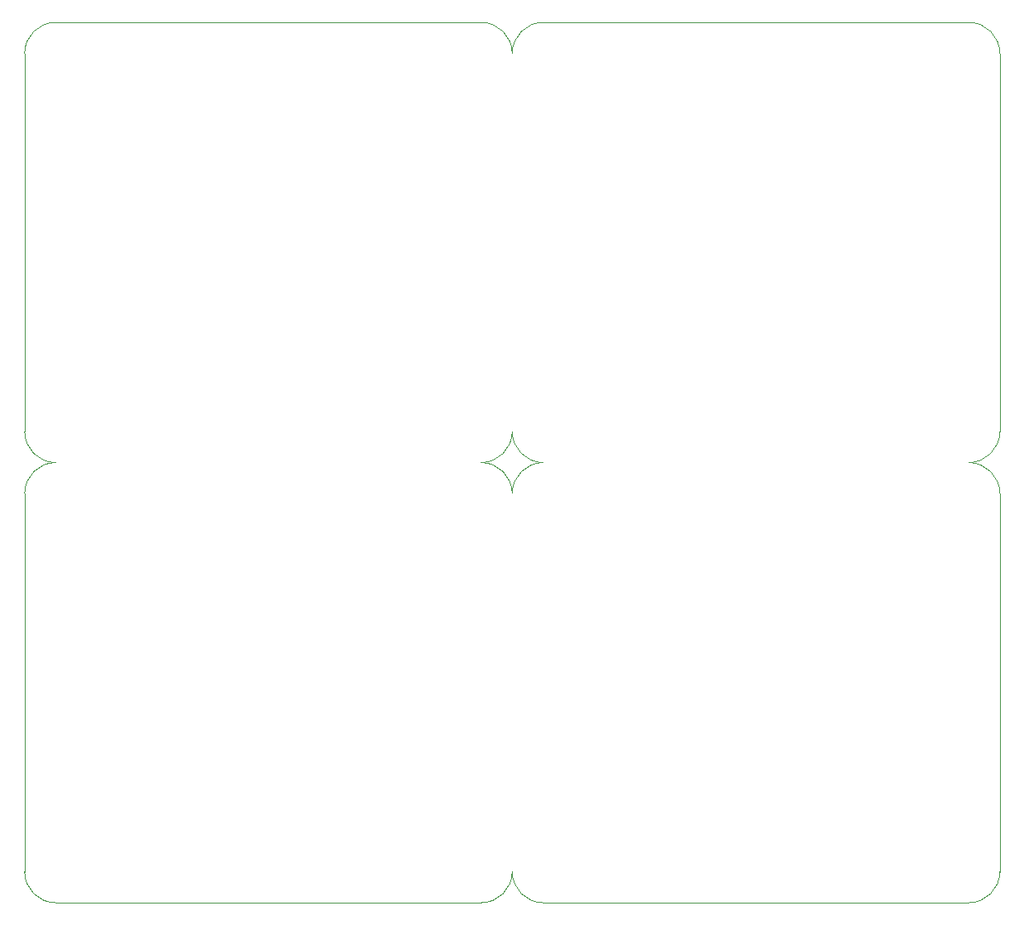
<source format=gm1>
%TF.GenerationSoftware,KiCad,Pcbnew,6.0.2+dfsg-1*%
%TF.CreationDate,2023-03-24T00:20:45+09:00*%
%TF.ProjectId,pcb-panel,7063622d-7061-46e6-956c-2e6b69636164,rev?*%
%TF.SameCoordinates,Original*%
%TF.FileFunction,Profile,NP*%
%FSLAX46Y46*%
G04 Gerber Fmt 4.6, Leading zero omitted, Abs format (unit mm)*
G04 Created by KiCad (PCBNEW 6.0.2+dfsg-1) date 2023-03-24 00:20:45*
%MOMM*%
%LPD*%
G01*
G04 APERTURE LIST*
%TA.AperFunction,Profile*%
%ADD10C,0.050000*%
%TD*%
G04 APERTURE END LIST*
D10*
X62484000Y-53340000D02*
X62484000Y-92075000D01*
X109220000Y-50165000D02*
X65659000Y-50165000D01*
X159131000Y-140335000D02*
G75*
G03*
X162306000Y-137160000I0J3175000D01*
G01*
X162306000Y-92075000D02*
X162306000Y-53340000D01*
X65659000Y-95250000D02*
G75*
G03*
X62484000Y-98425000I0J-3175000D01*
G01*
X112395000Y-98425000D02*
G75*
G03*
X109220000Y-95250000I-3175000J0D01*
G01*
X115570000Y-95250000D02*
G75*
G03*
X112395000Y-98425000I0J-3175000D01*
G01*
X62484000Y-98425000D02*
X62484000Y-137160000D01*
X159131000Y-50165000D02*
X115570000Y-50165000D01*
X65659000Y-50165000D02*
G75*
G03*
X62484000Y-53340000I0J-3175000D01*
G01*
X159131000Y-95250000D02*
G75*
G03*
X162306000Y-92075000I0J3175000D01*
G01*
X162306000Y-98425000D02*
G75*
G03*
X159131000Y-95250000I-3175000J0D01*
G01*
X109220000Y-140335000D02*
G75*
G03*
X112395000Y-137160000I0J3175000D01*
G01*
X112395000Y-53340000D02*
G75*
G03*
X109220000Y-50165000I-3175000J0D01*
G01*
X109220000Y-95250000D02*
G75*
G03*
X112395000Y-92075000I0J3175000D01*
G01*
X162306000Y-53340000D02*
G75*
G03*
X159131000Y-50165000I-3175000J0D01*
G01*
X159131000Y-140335000D02*
X115570000Y-140335000D01*
X115570000Y-50165000D02*
G75*
G03*
X112395000Y-53340000I0J-3175000D01*
G01*
X112395000Y-137160000D02*
G75*
G03*
X115570000Y-140335000I3175000J0D01*
G01*
X109220000Y-140335000D02*
X65659000Y-140335000D01*
X62484000Y-92075000D02*
G75*
G03*
X65659000Y-95250000I3175000J0D01*
G01*
X112395000Y-92075000D02*
G75*
G03*
X115570000Y-95250000I3175000J0D01*
G01*
X162306000Y-137160000D02*
X162306000Y-98425000D01*
X62484000Y-137160000D02*
G75*
G03*
X65659000Y-140335000I3175000J0D01*
G01*
M02*

</source>
